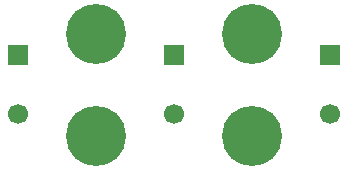
<source format=gts>
G04 #@! TF.FileFunction,Soldermask,Top*
%FSLAX46Y46*%
G04 Gerber Fmt 4.6, Leading zero omitted, Abs format (unit mm)*
G04 Created by KiCad (PCBNEW (2015-08-23 BZR 6117)-product) date tor 27 aug 2015 09:21:38*
%MOMM*%
G01*
G04 APERTURE LIST*
%ADD10C,0.100000*%
%ADD11C,5.080000*%
%ADD12C,1.700000*%
%ADD13R,1.700000X1.700000*%
G04 APERTURE END LIST*
D10*
D11*
X179324000Y-103378000D03*
X192532000Y-103378000D03*
X192532000Y-94742000D03*
X179324000Y-94742000D03*
D12*
X172720000Y-101520000D03*
D13*
X172720000Y-96520000D03*
D12*
X185928000Y-101520000D03*
D13*
X185928000Y-96520000D03*
D12*
X199136000Y-101520000D03*
D13*
X199136000Y-96520000D03*
M02*

</source>
